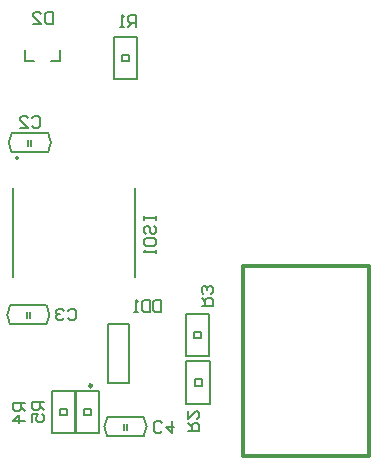
<source format=gbo>
G04*
G04 #@! TF.GenerationSoftware,Altium Limited,Altium Designer,20.0.13 (296)*
G04*
G04 Layer_Color=32896*
%FSLAX44Y44*%
%MOMM*%
G71*
G01*
G75*
%ADD10C,0.2000*%
%ADD11C,0.1500*%
%ADD13C,0.2500*%
%ADD14C,0.1270*%
%ADD54C,0.3000*%
D10*
X164750Y313850D02*
G03*
X164750Y313850I-1000J0D01*
G01*
X170500Y396000D02*
Y405000D01*
Y396000D02*
X178500D01*
X200500D02*
Y405000D01*
X192500Y396000D02*
X200500D01*
X241000Y123500D02*
Y173500D01*
X259000Y123500D02*
Y173500D01*
X241000Y123500D02*
X259000D01*
X241000Y173500D02*
X259000D01*
X186748Y106831D02*
X176752D01*
Y101832D01*
X178418Y100166D01*
X181750D01*
X183416Y101832D01*
Y106831D01*
Y103498D02*
X186748Y100166D01*
X176752Y90169D02*
Y96834D01*
X181750D01*
X180084Y93502D01*
Y91835D01*
X181750Y90169D01*
X185082D01*
X186748Y91835D01*
Y95168D01*
X185082Y96834D01*
X170748Y106081D02*
X160752D01*
Y101082D01*
X162418Y99416D01*
X165750D01*
X167416Y101082D01*
Y106081D01*
Y102748D02*
X170748Y99416D01*
Y91085D02*
X160752D01*
X165750Y96084D01*
Y89419D01*
X320002Y188419D02*
X329998D01*
Y193418D01*
X328332Y195084D01*
X325000D01*
X323334Y193418D01*
Y188419D01*
Y191752D02*
X320002Y195084D01*
X328332Y198416D02*
X329998Y200082D01*
Y203414D01*
X328332Y205081D01*
X326666D01*
X325000Y203414D01*
Y201748D01*
Y203414D01*
X323334Y205081D01*
X321668D01*
X320002Y203414D01*
Y200082D01*
X321668Y198416D01*
X308252Y82919D02*
X318248D01*
Y87918D01*
X316582Y89584D01*
X313250D01*
X311584Y87918D01*
Y82919D01*
Y86252D02*
X308252Y89584D01*
Y99581D02*
Y92916D01*
X314916Y99581D01*
X316582D01*
X318248Y97914D01*
Y94582D01*
X316582Y92916D01*
X264412Y424432D02*
Y434429D01*
X259414D01*
X257747Y432763D01*
Y429430D01*
X259414Y427764D01*
X264412D01*
X261080D02*
X257747Y424432D01*
X254415D02*
X251083D01*
X252749D01*
Y434429D01*
X254415Y432763D01*
X271252Y264578D02*
Y261246D01*
Y262912D01*
X281248D01*
Y264578D01*
Y261246D01*
X272918Y249583D02*
X271252Y251249D01*
Y254581D01*
X272918Y256248D01*
X274584D01*
X276250Y254581D01*
Y251249D01*
X277916Y249583D01*
X279582D01*
X281248Y251249D01*
Y254581D01*
X279582Y256248D01*
X271252Y241252D02*
Y244585D01*
X272918Y246251D01*
X279582D01*
X281248Y244585D01*
Y241252D01*
X279582Y239586D01*
X272918D01*
X271252Y241252D01*
X281248Y236254D02*
Y232922D01*
Y234588D01*
X271252D01*
X272918Y236254D01*
X286002Y193637D02*
Y183640D01*
X281004D01*
X279338Y185306D01*
Y191971D01*
X281004Y193637D01*
X286002D01*
X276005D02*
Y183640D01*
X271007D01*
X269341Y185306D01*
Y191971D01*
X271007Y193637D01*
X276005D01*
X266008Y183640D02*
X262676D01*
X264342D01*
Y193637D01*
X266008Y191971D01*
X194331Y437498D02*
Y427502D01*
X189332D01*
X187666Y429168D01*
Y435832D01*
X189332Y437498D01*
X194331D01*
X177669Y427502D02*
X184334D01*
X177669Y434166D01*
Y435832D01*
X179335Y437498D01*
X182668D01*
X184334Y435832D01*
X286584Y82418D02*
X284918Y80752D01*
X281586D01*
X279919Y82418D01*
Y89082D01*
X281586Y90748D01*
X284918D01*
X286584Y89082D01*
X294914Y90748D02*
Y80752D01*
X289916Y85750D01*
X296581D01*
X206916Y184582D02*
X208582Y186248D01*
X211915D01*
X213581Y184582D01*
Y177918D01*
X211915Y176252D01*
X208582D01*
X206916Y177918D01*
X203584Y184582D02*
X201918Y186248D01*
X198585D01*
X196919Y184582D01*
Y182916D01*
X198585Y181250D01*
X200252D01*
X198585D01*
X196919Y179584D01*
Y177918D01*
X198585Y176252D01*
X201918D01*
X203584Y177918D01*
X176166Y347582D02*
X177832Y349248D01*
X181164D01*
X182831Y347582D01*
Y340918D01*
X181164Y339252D01*
X177832D01*
X176166Y340918D01*
X166169Y339252D02*
X172834D01*
X166169Y345916D01*
Y347582D01*
X167836Y349248D01*
X171168D01*
X172834Y347582D01*
D11*
X240150Y94150D02*
G03*
X240046Y78238I12064J-8036D01*
G01*
X271050Y78350D02*
G03*
X271155Y94263I-12064J8036D01*
G01*
X190100Y318850D02*
G03*
X190205Y334763I-12064J8036D01*
G01*
X159200Y334650D02*
G03*
X159095Y318738I12064J-8036D01*
G01*
X157900Y188900D02*
G03*
X157795Y172987I12064J-8036D01*
G01*
X188800Y173100D02*
G03*
X188905Y189013I-12064J8036D01*
G01*
X193500Y80750D02*
Y116750D01*
Y80750D02*
X213500D01*
X193500Y116750D02*
X213500D01*
Y80750D02*
Y116750D01*
X206250Y96000D02*
Y101500D01*
X200500Y96000D02*
X206250D01*
X200500D02*
Y101500D01*
X206250D01*
X233250Y80750D02*
Y116750D01*
X213250D02*
X233250D01*
X213250Y80750D02*
X233250D01*
X213250D02*
Y116750D01*
X220500Y96000D02*
Y101500D01*
X226250D01*
Y96000D02*
Y101500D01*
X220500Y96000D02*
X226250D01*
X254350Y83650D02*
Y88950D01*
X257150Y83650D02*
Y88950D01*
X240250Y94250D02*
X271000D01*
X240250Y78250D02*
X271000D01*
X175900Y324050D02*
Y329350D01*
X173100Y324050D02*
Y329350D01*
X159250Y318750D02*
X190000D01*
X159250Y334750D02*
X190000D01*
X172100Y178400D02*
Y183700D01*
X174900Y178400D02*
Y183700D01*
X158000Y189000D02*
X188750D01*
X158000Y173000D02*
X188750D01*
X314000Y161000D02*
X319750D01*
Y166500D01*
X314000D02*
X319750D01*
X314000Y161000D02*
Y166500D01*
X306750Y145750D02*
Y181750D01*
Y145750D02*
X326750D01*
X306750Y181750D02*
X326750D01*
Y145750D02*
Y181750D01*
X314250Y121000D02*
X320000D01*
Y126500D01*
X314250D02*
X320000D01*
X314250Y121000D02*
Y126500D01*
X307000Y105750D02*
Y141750D01*
Y105750D02*
X327000D01*
X307000Y141750D02*
X327000D01*
Y105750D02*
Y141750D01*
X252750Y401250D02*
X258500D01*
X252750Y395750D02*
Y401250D01*
Y395750D02*
X258500D01*
Y401250D01*
X265750Y380500D02*
Y416500D01*
X245750D02*
X265750D01*
X245750Y380500D02*
X265750D01*
X245750D02*
Y416500D01*
D13*
X227250Y120950D02*
G03*
X227250Y120950I-1250J0D01*
G01*
D14*
X160700Y213350D02*
Y288350D01*
X263700Y213350D02*
Y288350D01*
D54*
X461840Y61410D02*
Y222700D01*
X355160Y61410D02*
X461840D01*
X355160D02*
Y222700D01*
X461840D01*
M02*

</source>
